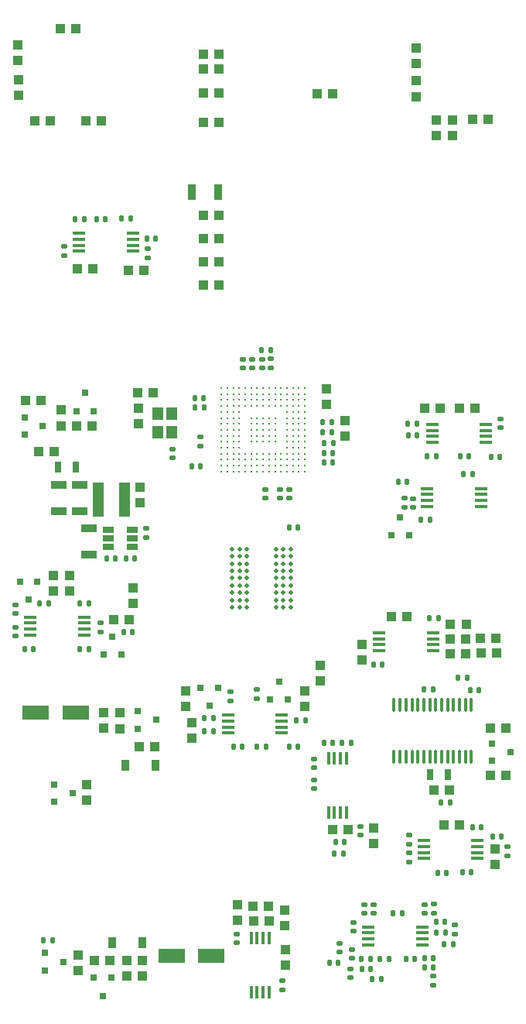
<source format=gbr>
G04 #@! TF.GenerationSoftware,KiCad,Pcbnew,8.0.5*
G04 #@! TF.CreationDate,2024-11-14T10:29:34-08:00*
G04 #@! TF.ProjectId,Sampler-built,53616d70-6c65-4722-9d62-75696c742e6b,rev?*
G04 #@! TF.SameCoordinates,PX38444c0PY67f3540*
G04 #@! TF.FileFunction,Paste,Top*
G04 #@! TF.FilePolarity,Positive*
%FSLAX46Y46*%
G04 Gerber Fmt 4.6, Leading zero omitted, Abs format (unit mm)*
G04 Created by KiCad (PCBNEW 8.0.5) date 2024-11-14 10:29:34*
%MOMM*%
%LPD*%
G01*
G04 APERTURE LIST*
G04 Aperture macros list*
%AMRoundRect*
0 Rectangle with rounded corners*
0 $1 Rounding radius*
0 $2 $3 $4 $5 $6 $7 $8 $9 X,Y pos of 4 corners*
0 Add a 4 corners polygon primitive as box body*
4,1,4,$2,$3,$4,$5,$6,$7,$8,$9,$2,$3,0*
0 Add four circle primitives for the rounded corners*
1,1,$1+$1,$2,$3*
1,1,$1+$1,$4,$5*
1,1,$1+$1,$6,$7*
1,1,$1+$1,$8,$9*
0 Add four rect primitives between the rounded corners*
20,1,$1+$1,$2,$3,$4,$5,0*
20,1,$1+$1,$4,$5,$6,$7,0*
20,1,$1+$1,$6,$7,$8,$9,0*
20,1,$1+$1,$8,$9,$2,$3,0*%
G04 Aperture macros list end*
%ADD10R,0.900000X1.200000*%
%ADD11RoundRect,0.147500X0.147500X0.172500X-0.147500X0.172500X-0.147500X-0.172500X0.147500X-0.172500X0*%
%ADD12R,1.000000X1.000000*%
%ADD13RoundRect,0.147500X0.172500X-0.147500X0.172500X0.147500X-0.172500X0.147500X-0.172500X-0.147500X0*%
%ADD14R,0.700000X1.300000*%
%ADD15R,0.800100X0.800100*%
%ADD16R,1.450000X0.450000*%
%ADD17RoundRect,0.147500X-0.172500X0.147500X-0.172500X-0.147500X0.172500X-0.147500X0.172500X0.147500X0*%
%ADD18RoundRect,0.147500X-0.147500X-0.172500X0.147500X-0.172500X0.147500X0.172500X-0.147500X0.172500X0*%
%ADD19R,3.000000X1.600000*%
%ADD20R,1.700000X0.900000*%
%ADD21R,1.150000X1.400000*%
%ADD22R,1.220000X0.650000*%
%ADD23C,0.300000*%
%ADD24R,0.450000X1.450000*%
%ADD25R,1.200000X3.700000*%
%ADD26C,0.500000*%
%ADD27R,0.900000X1.700000*%
%ADD28RoundRect,0.100000X-0.100000X0.637500X-0.100000X-0.637500X0.100000X-0.637500X0.100000X0.637500X0*%
G04 APERTURE END LIST*
D10*
G04 #@! TO.C,D16*
X-42001433Y26960078D03*
X-45301433Y26960078D03*
G04 #@! TD*
D11*
G04 #@! TO.C,C61*
X-44709785Y86695000D03*
X-45679785Y86695000D03*
G04 #@! TD*
D12*
G04 #@! TO.C,R3*
X-11210000Y95780000D03*
X-11210000Y97480000D03*
G04 #@! TD*
D13*
G04 #@! TO.C,C1*
X-31391285Y70381678D03*
X-31391285Y71351678D03*
G04 #@! TD*
D12*
G04 #@! TO.C,R57*
X-9750000Y39170000D03*
X-8050000Y39170000D03*
G04 #@! TD*
D14*
G04 #@! TO.C,C44*
X-11900000Y25950000D03*
X-10000000Y25950000D03*
G04 #@! TD*
D12*
G04 #@! TO.C,R59*
X-49484785Y24830000D03*
X-49484785Y23130000D03*
G04 #@! TD*
D15*
G04 #@! TO.C,Q11*
X-43901433Y32860078D03*
X-43901433Y30960078D03*
X-41902453Y31910078D03*
G04 #@! TD*
D12*
G04 #@! TO.C,R61*
X-27859785Y9450000D03*
X-27859785Y11150000D03*
G04 #@! TD*
D16*
G04 #@! TO.C,U15*
X-17490000Y41435000D03*
X-17490000Y40785000D03*
X-17490000Y40135000D03*
X-17490000Y39485000D03*
X-11590000Y39485000D03*
X-11590000Y40135000D03*
X-11590000Y40785000D03*
X-11590000Y41435000D03*
G04 #@! TD*
D12*
G04 #@! TO.C,C45*
X-11500000Y24210000D03*
X-9800000Y24210000D03*
G04 #@! TD*
D17*
G04 #@! TO.C,R42*
X-3424785Y18044750D03*
X-3424785Y17074750D03*
G04 #@! TD*
D12*
G04 #@! TO.C,C25*
X-42051433Y28960078D03*
X-43751433Y28960078D03*
G04 #@! TD*
G04 #@! TO.C,C47*
X-13460000Y101750000D03*
X-13460000Y100050000D03*
G04 #@! TD*
D11*
G04 #@! TO.C,R161*
X-11576648Y4820078D03*
X-12546648Y4820078D03*
G04 #@! TD*
D12*
G04 #@! TO.C,C79*
X-50514785Y81185000D03*
X-48814785Y81185000D03*
G04 #@! TD*
G04 #@! TO.C,C55*
X-56186648Y66799318D03*
X-54486648Y66799318D03*
G04 #@! TD*
D17*
G04 #@! TO.C,C36*
X-37111285Y62821678D03*
X-37111285Y61851678D03*
G04 #@! TD*
D12*
G04 #@! TO.C,C65*
X-7006648Y65934638D03*
X-8706648Y65934638D03*
G04 #@! TD*
G04 #@! TO.C,R71*
X-36740000Y97220000D03*
X-35040000Y97220000D03*
G04 #@! TD*
D18*
G04 #@! TO.C,R52*
X-21562208Y29416592D03*
X-20592208Y29416592D03*
G04 #@! TD*
G04 #@! TO.C,C88*
X-12908296Y53750156D03*
X-11938296Y53750156D03*
G04 #@! TD*
D19*
G04 #@! TO.C,C24*
X-40246648Y6090078D03*
X-35846648Y6090078D03*
G04 #@! TD*
D12*
G04 #@! TO.C,R74*
X-35050000Y103060000D03*
X-36750000Y103060000D03*
G04 #@! TD*
D11*
G04 #@! TO.C,R55*
X-4139785Y19159750D03*
X-5109785Y19159750D03*
G04 #@! TD*
D17*
G04 #@! TO.C,R49*
X-14199785Y17344750D03*
X-14199785Y16374750D03*
G04 #@! TD*
D18*
G04 #@! TO.C,R41*
X-5248296Y60644638D03*
X-4278296Y60644638D03*
G04 #@! TD*
D20*
G04 #@! TO.C,C67*
X-49250155Y49970000D03*
X-49250155Y52870000D03*
G04 #@! TD*
D18*
G04 #@! TO.C,C13*
X-23546285Y60016678D03*
X-22576285Y60016678D03*
G04 #@! TD*
D11*
G04 #@! TO.C,R12*
X-13331648Y62980078D03*
X-14301648Y62980078D03*
G04 #@! TD*
D17*
G04 #@! TO.C,R40*
X-4226648Y64789638D03*
X-4226648Y63819638D03*
G04 #@! TD*
D12*
G04 #@! TO.C,R21*
X-25654785Y35040000D03*
X-25654785Y33340000D03*
G04 #@! TD*
D15*
G04 #@! TO.C,D15*
X-16143296Y52069396D03*
X-14243296Y52069396D03*
X-15193296Y54068376D03*
G04 #@! TD*
D11*
G04 #@! TO.C,C6*
X-37059785Y59600000D03*
X-38029785Y59600000D03*
G04 #@! TD*
D18*
G04 #@! TO.C,R30*
X-36639785Y32100000D03*
X-35669785Y32100000D03*
G04 #@! TD*
G04 #@! TO.C,C8*
X-10735000Y22920000D03*
X-9765000Y22920000D03*
G04 #@! TD*
G04 #@! TO.C,R66*
X-47315155Y49540000D03*
X-46345155Y49540000D03*
G04 #@! TD*
D15*
G04 #@! TO.C,U6*
X-56307408Y64959318D03*
X-56307408Y63059318D03*
X-54308428Y64009318D03*
G04 #@! TD*
D11*
G04 #@! TO.C,R162*
X-13596648Y5790078D03*
X-14566648Y5790078D03*
G04 #@! TD*
D18*
G04 #@! TO.C,C73*
X-33459785Y28970000D03*
X-32489785Y28970000D03*
G04 #@! TD*
D12*
G04 #@! TO.C,C90*
X-8744785Y20454750D03*
X-10444785Y20454750D03*
G04 #@! TD*
D15*
G04 #@! TO.C,D24*
X-35134785Y35420760D03*
X-37034785Y35420760D03*
X-36084785Y33421780D03*
G04 #@! TD*
D11*
G04 #@! TO.C,R65*
X-44230000Y49520000D03*
X-45200000Y49520000D03*
G04 #@! TD*
G04 #@! TO.C,C87*
X-7291648Y58805078D03*
X-8261648Y58805078D03*
G04 #@! TD*
D12*
G04 #@! TO.C,C22*
X-42234785Y67640000D03*
X-43934785Y67640000D03*
G04 #@! TD*
D18*
G04 #@! TO.C,R160*
X-22941648Y5380078D03*
X-21971648Y5380078D03*
G04 #@! TD*
D17*
G04 #@! TO.C,R164*
X-9216648Y9485078D03*
X-9216648Y8515078D03*
G04 #@! TD*
D13*
G04 #@! TO.C,R44*
X-14179785Y18339750D03*
X-14179785Y19309750D03*
G04 #@! TD*
D20*
G04 #@! TO.C,C70*
X-50256648Y57620078D03*
X-50256648Y54720078D03*
G04 #@! TD*
D18*
G04 #@! TO.C,C59*
X-12251648Y60724638D03*
X-11281648Y60724638D03*
G04 #@! TD*
D17*
G04 #@! TO.C,R7*
X-19126648Y11725078D03*
X-19126648Y10755078D03*
G04 #@! TD*
D12*
G04 #@! TO.C,C83*
X-12556648Y65994638D03*
X-10856648Y65994638D03*
G04 #@! TD*
G04 #@! TO.C,R73*
X-13460000Y105370000D03*
X-13460000Y103670000D03*
G04 #@! TD*
D18*
G04 #@! TO.C,R23*
X-42924785Y84525000D03*
X-41954785Y84525000D03*
G04 #@! TD*
D17*
G04 #@! TO.C,R14*
X-12506648Y11715078D03*
X-12506648Y10745078D03*
G04 #@! TD*
D12*
G04 #@! TO.C,C57*
X-4824785Y17809750D03*
X-4824785Y16109750D03*
G04 #@! TD*
G04 #@! TO.C,C49*
X-3598653Y31024052D03*
X-5298653Y31024052D03*
G04 #@! TD*
D17*
G04 #@! TO.C,R18*
X-13753296Y56075156D03*
X-13753296Y55105156D03*
G04 #@! TD*
D12*
G04 #@! TO.C,C66*
X-43244785Y81015000D03*
X-44944785Y81015000D03*
G04 #@! TD*
D11*
G04 #@! TO.C,C60*
X-7681648Y60694638D03*
X-8651648Y60694638D03*
G04 #@! TD*
D12*
G04 #@! TO.C,R5*
X-9470000Y95800000D03*
X-9470000Y97500000D03*
G04 #@! TD*
D15*
G04 #@! TO.C,D1*
X-29424785Y34099240D03*
X-27524785Y34099240D03*
X-28474785Y36098220D03*
G04 #@! TD*
D17*
G04 #@! TO.C,C11*
X-28381285Y57101678D03*
X-28381285Y56131678D03*
G04 #@! TD*
D18*
G04 #@! TO.C,R47*
X-7530000Y35177500D03*
X-6560000Y35177500D03*
G04 #@! TD*
D12*
G04 #@! TO.C,C20*
X-43401433Y5640078D03*
X-43401433Y3940078D03*
G04 #@! TD*
G04 #@! TO.C,C39*
X-56960000Y101910000D03*
X-56960000Y100210000D03*
G04 #@! TD*
G04 #@! TO.C,C26*
X-48678081Y5620156D03*
X-46978081Y5620156D03*
G04 #@! TD*
G04 #@! TO.C,R29*
X-4690000Y40850000D03*
X-6390000Y40850000D03*
G04 #@! TD*
G04 #@! TO.C,C46*
X-9690000Y42380000D03*
X-7990000Y42380000D03*
G04 #@! TD*
G04 #@! TO.C,R37*
X-45151433Y5640078D03*
X-45151433Y3940078D03*
G04 #@! TD*
G04 #@! TO.C,R79*
X-36721433Y84500078D03*
X-35021433Y84500078D03*
G04 #@! TD*
G04 #@! TO.C,C2*
X-23261285Y66356678D03*
X-23261285Y68056678D03*
G04 #@! TD*
D18*
G04 #@! TO.C,R48*
X-8851648Y36530078D03*
X-7881648Y36530078D03*
G04 #@! TD*
D21*
G04 #@! TO.C,Y1*
X-41744785Y65410000D03*
X-40244785Y63310000D03*
X-41744785Y63310000D03*
X-40244785Y65410000D03*
G04 #@! TD*
D12*
G04 #@! TO.C,R68*
X-55200000Y97390000D03*
X-53500000Y97390000D03*
G04 #@! TD*
D11*
G04 #@! TO.C,C35*
X-11010000Y42990000D03*
X-11980000Y42990000D03*
G04 #@! TD*
D15*
G04 #@! TO.C,D22*
X-47640000Y39019240D03*
X-45740000Y39019240D03*
X-46690000Y41018220D03*
G04 #@! TD*
D11*
G04 #@! TO.C,C17*
X-36686285Y66056678D03*
X-37656285Y66056678D03*
G04 #@! TD*
D12*
G04 #@! TO.C,R80*
X-36721433Y87050078D03*
X-35021433Y87050078D03*
G04 #@! TD*
D11*
G04 #@! TO.C,C64*
X-49270000Y44640000D03*
X-50240000Y44640000D03*
G04 #@! TD*
D17*
G04 #@! TO.C,C76*
X-24631648Y27635078D03*
X-24631648Y26665078D03*
G04 #@! TD*
D12*
G04 #@! TO.C,C42*
X-4620000Y39180000D03*
X-6320000Y39180000D03*
G04 #@! TD*
D16*
G04 #@! TO.C,U10*
X-28164785Y30465000D03*
X-28164785Y31115000D03*
X-28164785Y31765000D03*
X-28164785Y32415000D03*
X-34064785Y32415000D03*
X-34064785Y31765000D03*
X-34064785Y31115000D03*
X-34064785Y30465000D03*
G04 #@! TD*
D11*
G04 #@! TO.C,C150*
X-10277816Y9800078D03*
X-11247816Y9800078D03*
G04 #@! TD*
D18*
G04 #@! TO.C,R2*
X-27339785Y28940000D03*
X-26369785Y28940000D03*
G04 #@! TD*
D11*
G04 #@! TO.C,R50*
X-21311648Y18550078D03*
X-22281648Y18550078D03*
G04 #@! TD*
G04 #@! TO.C,R152*
X-17288296Y3600156D03*
X-18258296Y3600156D03*
G04 #@! TD*
D18*
G04 #@! TO.C,R11*
X-14343352Y64278158D03*
X-13373352Y64278158D03*
G04 #@! TD*
D22*
G04 #@! TO.C,U13*
X-47170000Y52710000D03*
X-47170000Y51760000D03*
X-47170000Y50810000D03*
X-44550000Y50810000D03*
X-44550000Y51760000D03*
X-44550000Y52710000D03*
G04 #@! TD*
D12*
G04 #@! TO.C,R20*
X-44830000Y42820000D03*
X-46530000Y42820000D03*
G04 #@! TD*
G04 #@! TO.C,C51*
X-5308005Y25817500D03*
X-3608005Y25817500D03*
G04 #@! TD*
D18*
G04 #@! TO.C,R51*
X-22401648Y17280078D03*
X-21431648Y17280078D03*
G04 #@! TD*
D23*
G04 #@! TO.C,U2*
X-34751285Y68166678D03*
X-34101285Y68166678D03*
X-33451285Y68166678D03*
X-32801285Y68166678D03*
X-32151285Y68166678D03*
X-31501285Y68166678D03*
X-30851285Y68166678D03*
X-30201285Y68166678D03*
X-29551285Y68166678D03*
X-28901285Y68166678D03*
X-28251285Y68166678D03*
X-27601285Y68166678D03*
X-26951285Y68166678D03*
X-26301285Y68166678D03*
X-25651285Y68166678D03*
X-34751285Y67516678D03*
X-34101285Y67516678D03*
X-33451285Y67516678D03*
X-32801285Y67516678D03*
X-32151285Y67516678D03*
X-31501285Y67516678D03*
X-30851285Y67516678D03*
X-30201285Y67516678D03*
X-29551285Y67516678D03*
X-28901285Y67516678D03*
X-28251285Y67516678D03*
X-27601285Y67516678D03*
X-26951285Y67516678D03*
X-26301285Y67516678D03*
X-25651285Y67516678D03*
X-34751285Y66866678D03*
X-34101285Y66866678D03*
X-33451285Y66866678D03*
X-32801285Y66866678D03*
X-32151285Y66866678D03*
X-31501285Y66866678D03*
X-30851285Y66866678D03*
X-30201285Y66866678D03*
X-29551285Y66866678D03*
X-28901285Y66866678D03*
X-28251285Y66866678D03*
X-27601285Y66866678D03*
X-26951285Y66866678D03*
X-26301285Y66866678D03*
X-25651285Y66866678D03*
X-34751285Y66216678D03*
X-34101285Y66216678D03*
X-33451285Y66216678D03*
X-32801285Y66216678D03*
X-32151285Y66216678D03*
X-31501285Y66216678D03*
X-30851285Y66216678D03*
X-30201285Y66216678D03*
X-29551285Y66216678D03*
X-28901285Y66216678D03*
X-28251285Y66216678D03*
X-27601285Y66216678D03*
X-26951285Y66216678D03*
X-26301285Y66216678D03*
X-25651285Y66216678D03*
X-34751285Y65566678D03*
X-34101285Y65566678D03*
X-33451285Y65566678D03*
X-32801285Y65566678D03*
X-27601285Y65566678D03*
X-26951285Y65566678D03*
X-26301285Y65566678D03*
X-25651285Y65566678D03*
X-34751285Y64916678D03*
X-34101285Y64916678D03*
X-33451285Y64916678D03*
X-32801285Y64916678D03*
X-31501285Y64916678D03*
X-30851285Y64916678D03*
X-30201285Y64916678D03*
X-29551285Y64916678D03*
X-28901285Y64916678D03*
X-27601285Y64916678D03*
X-26951285Y64916678D03*
X-26301285Y64916678D03*
X-25651285Y64916678D03*
X-34751285Y64266678D03*
X-34101285Y64266678D03*
X-33451285Y64266678D03*
X-32801285Y64266678D03*
X-31501285Y64266678D03*
X-30851285Y64266678D03*
X-30201285Y64266678D03*
X-29551285Y64266678D03*
X-28901285Y64266678D03*
X-27601285Y64266678D03*
X-26951285Y64266678D03*
X-26301285Y64266678D03*
X-25651285Y64266678D03*
X-34751285Y63616678D03*
X-34101285Y63616678D03*
X-33451285Y63616678D03*
X-32801285Y63616678D03*
X-31501285Y63616678D03*
X-30851285Y63616678D03*
X-30201285Y63616678D03*
X-29551285Y63616678D03*
X-28901285Y63616678D03*
X-27601285Y63616678D03*
X-26951285Y63616678D03*
X-26301285Y63616678D03*
X-25651285Y63616678D03*
X-34751285Y62966678D03*
X-34101285Y62966678D03*
X-33451285Y62966678D03*
X-32801285Y62966678D03*
X-31501285Y62966678D03*
X-30851285Y62966678D03*
X-30201285Y62966678D03*
X-29551285Y62966678D03*
X-28901285Y62966678D03*
X-27601285Y62966678D03*
X-26951285Y62966678D03*
X-26301285Y62966678D03*
X-25651285Y62966678D03*
X-34751285Y62316678D03*
X-34101285Y62316678D03*
X-33451285Y62316678D03*
X-32801285Y62316678D03*
X-31501285Y62316678D03*
X-30851285Y62316678D03*
X-30201285Y62316678D03*
X-29551285Y62316678D03*
X-28901285Y62316678D03*
X-27601285Y62316678D03*
X-26951285Y62316678D03*
X-26301285Y62316678D03*
X-25651285Y62316678D03*
X-34751285Y61666678D03*
X-34101285Y61666678D03*
X-33451285Y61666678D03*
X-32801285Y61666678D03*
X-27601285Y61666678D03*
X-26951285Y61666678D03*
X-26301285Y61666678D03*
X-25651285Y61666678D03*
X-34751285Y61016678D03*
X-34101285Y61016678D03*
X-33451285Y61016678D03*
X-32801285Y61016678D03*
X-32151285Y61016678D03*
X-31501285Y61016678D03*
X-30851285Y61016678D03*
X-30201285Y61016678D03*
X-29551285Y61016678D03*
X-28901285Y61016678D03*
X-28251285Y61016678D03*
X-27601285Y61016678D03*
X-26951285Y61016678D03*
X-26301285Y61016678D03*
X-25651285Y61016678D03*
X-34751285Y60366678D03*
X-34101285Y60366678D03*
X-33451285Y60366678D03*
X-32801285Y60366678D03*
X-32151285Y60366678D03*
X-31501285Y60366678D03*
X-30851285Y60366678D03*
X-30201285Y60366678D03*
X-29551285Y60366678D03*
X-28901285Y60366678D03*
X-28251285Y60366678D03*
X-27601285Y60366678D03*
X-26951285Y60366678D03*
X-26301285Y60366678D03*
X-25651285Y60366678D03*
X-34751285Y59716678D03*
X-34101285Y59716678D03*
X-33451285Y59716678D03*
X-32801285Y59716678D03*
X-32151285Y59716678D03*
X-31501285Y59716678D03*
X-30851285Y59716678D03*
X-30201285Y59716678D03*
X-29551285Y59716678D03*
X-28901285Y59716678D03*
X-28251285Y59716678D03*
X-27601285Y59716678D03*
X-26951285Y59716678D03*
X-26301285Y59716678D03*
X-25651285Y59716678D03*
X-34751285Y59066678D03*
X-34101285Y59066678D03*
X-33451285Y59066678D03*
X-32801285Y59066678D03*
X-32151285Y59066678D03*
X-31501285Y59066678D03*
X-30851285Y59066678D03*
X-30201285Y59066678D03*
X-29551285Y59066678D03*
X-28901285Y59066678D03*
X-28251285Y59066678D03*
X-27601285Y59066678D03*
X-26951285Y59066678D03*
X-26301285Y59066678D03*
X-25651285Y59066678D03*
G04 #@! TD*
D24*
G04 #@! TO.C,U11*
X-21096648Y27680078D03*
X-21746648Y27680078D03*
X-22396648Y27680078D03*
X-23046648Y27680078D03*
X-23046648Y21780078D03*
X-22396648Y21780078D03*
X-21746648Y21780078D03*
X-21096648Y21780078D03*
G04 #@! TD*
D13*
G04 #@! TO.C,R22*
X-42834785Y82430000D03*
X-42834785Y83400000D03*
G04 #@! TD*
G04 #@! TO.C,C3*
X-29371285Y70391678D03*
X-29371285Y71361678D03*
G04 #@! TD*
D17*
G04 #@! TO.C,C38*
X-33079785Y8485000D03*
X-33079785Y7515000D03*
G04 #@! TD*
D16*
G04 #@! TO.C,U12*
X-12766648Y7325078D03*
X-12766648Y7975078D03*
X-12766648Y8625078D03*
X-12766648Y9275078D03*
X-18666648Y9275078D03*
X-18666648Y8625078D03*
X-18666648Y7975078D03*
X-18666648Y7325078D03*
G04 #@! TD*
D18*
G04 #@! TO.C,C72*
X-11099785Y15214750D03*
X-10129785Y15214750D03*
G04 #@! TD*
D12*
G04 #@! TO.C,R24*
X-38034785Y29940000D03*
X-38034785Y31640000D03*
G04 #@! TD*
G04 #@! TO.C,C52*
X-18071648Y18380078D03*
X-18071648Y20080078D03*
G04 #@! TD*
G04 #@! TO.C,R77*
X-36721433Y79400078D03*
X-35021433Y79400078D03*
G04 #@! TD*
G04 #@! TO.C,C58*
X-43684000Y55664000D03*
X-43684000Y57364000D03*
G04 #@! TD*
D18*
G04 #@! TO.C,C9*
X-23656285Y63386678D03*
X-22686285Y63386678D03*
G04 #@! TD*
G04 #@! TO.C,C29*
X-27353400Y52946678D03*
X-26383400Y52946678D03*
G04 #@! TD*
D19*
G04 #@! TO.C,C21*
X-55101433Y32710078D03*
X-50701433Y32710078D03*
G04 #@! TD*
D13*
G04 #@! TO.C,C97*
X-14753296Y55175156D03*
X-14753296Y56145156D03*
G04 #@! TD*
D12*
G04 #@! TO.C,R13*
X-47940000Y97370000D03*
X-49640000Y97370000D03*
G04 #@! TD*
G04 #@! TO.C,R26*
X-44450000Y46310000D03*
X-44450000Y44610000D03*
G04 #@! TD*
D11*
G04 #@! TO.C,C18*
X-36711285Y67116678D03*
X-37681285Y67116678D03*
G04 #@! TD*
D12*
G04 #@! TO.C,R31*
X-47651433Y31010078D03*
X-47651433Y32710078D03*
G04 #@! TD*
G04 #@! TO.C,C54*
X-36770000Y104680000D03*
X-35070000Y104680000D03*
G04 #@! TD*
D17*
G04 #@! TO.C,C10*
X-27341285Y57111678D03*
X-27341285Y56141678D03*
G04 #@! TD*
D11*
G04 #@! TO.C,R33*
X-53695000Y44600000D03*
X-54665000Y44600000D03*
G04 #@! TD*
D12*
G04 #@! TO.C,R63*
X-33009785Y10020000D03*
X-33009785Y11720000D03*
G04 #@! TD*
D24*
G04 #@! TO.C,U16*
X-31504785Y2160000D03*
X-30854785Y2160000D03*
X-30204785Y2160000D03*
X-29554785Y2160000D03*
X-29554785Y8060000D03*
X-30204785Y8060000D03*
X-30854785Y8060000D03*
X-31504785Y8060000D03*
G04 #@! TD*
D11*
G04 #@! TO.C,C19*
X-53279785Y7800000D03*
X-54249785Y7800000D03*
G04 #@! TD*
G04 #@! TO.C,R81*
X-35664785Y30670000D03*
X-36634785Y30670000D03*
G04 #@! TD*
D18*
G04 #@! TO.C,C62*
X-48429785Y86635000D03*
X-47459785Y86635000D03*
G04 #@! TD*
D17*
G04 #@! TO.C,R158*
X-20512816Y6805078D03*
X-20512816Y5835078D03*
G04 #@! TD*
D18*
G04 #@! TO.C,C14*
X-23656285Y64426678D03*
X-22686285Y64426678D03*
G04 #@! TD*
D17*
G04 #@! TO.C,C152*
X-20622816Y4715078D03*
X-20622816Y3745078D03*
G04 #@! TD*
D16*
G04 #@! TO.C,U1*
X-5806648Y62245078D03*
X-5806648Y62895078D03*
X-5806648Y63545078D03*
X-5806648Y64195078D03*
X-11706648Y64195078D03*
X-11706648Y63545078D03*
X-11706648Y62895078D03*
X-11706648Y62245078D03*
G04 #@! TD*
D12*
G04 #@! TO.C,R9*
X-19390000Y38490000D03*
X-19390000Y40190000D03*
G04 #@! TD*
G04 #@! TO.C,R64*
X-5610000Y97570000D03*
X-7310000Y97570000D03*
G04 #@! TD*
D13*
G04 #@! TO.C,R67*
X-43000155Y51845000D03*
X-43000155Y52815000D03*
G04 #@! TD*
D11*
G04 #@! TO.C,R4*
X-22546285Y62156678D03*
X-23516285Y62156678D03*
G04 #@! TD*
D15*
G04 #@! TO.C,V2*
X-50650000Y65639240D03*
X-48750000Y65639240D03*
X-49700000Y67638220D03*
G04 #@! TD*
D17*
G04 #@! TO.C,R27*
X-48010000Y42485000D03*
X-48010000Y41515000D03*
G04 #@! TD*
D13*
G04 #@! TO.C,C7*
X-32431285Y70371678D03*
X-32431285Y71341678D03*
G04 #@! TD*
D11*
G04 #@! TO.C,C78*
X-15011648Y10780078D03*
X-15981648Y10780078D03*
G04 #@! TD*
D12*
G04 #@! TO.C,R35*
X-50740000Y107460000D03*
X-52440000Y107460000D03*
G04 #@! TD*
D17*
G04 #@! TO.C,R34*
X-57300000Y42045000D03*
X-57300000Y41075000D03*
G04 #@! TD*
D12*
G04 #@! TO.C,R56*
X-9700000Y40770000D03*
X-8000000Y40770000D03*
G04 #@! TD*
D17*
G04 #@! TO.C,C85*
X-57310000Y44505000D03*
X-57310000Y43535000D03*
G04 #@! TD*
D12*
G04 #@! TO.C,C48*
X-20926648Y19910078D03*
X-22626648Y19910078D03*
G04 #@! TD*
G04 #@! TO.C,R36*
X-57030000Y103950000D03*
X-57030000Y105650000D03*
G04 #@! TD*
D13*
G04 #@! TO.C,R159*
X-20326648Y8805078D03*
X-20326648Y9775078D03*
G04 #@! TD*
G04 #@! TO.C,C50*
X-30311285Y70371678D03*
X-30311285Y71341678D03*
G04 #@! TD*
D25*
G04 #@! TO.C,L1*
X-45410000Y55970000D03*
X-48210000Y55970000D03*
G04 #@! TD*
D17*
G04 #@! TO.C,C12*
X-29941285Y57101678D03*
X-29941285Y56131678D03*
G04 #@! TD*
G04 #@! TO.C,R6*
X-18086648Y11745078D03*
X-18086648Y10775078D03*
G04 #@! TD*
D11*
G04 #@! TO.C,R8*
X-29379785Y72360000D03*
X-30349785Y72360000D03*
G04 #@! TD*
D12*
G04 #@! TO.C,R60*
X-27764785Y6800000D03*
X-27764785Y5100000D03*
G04 #@! TD*
D16*
G04 #@! TO.C,U3*
X-50374785Y85085000D03*
X-50374785Y84435000D03*
X-50374785Y83785000D03*
X-50374785Y83135000D03*
X-44474785Y83135000D03*
X-44474785Y83785000D03*
X-44474785Y84435000D03*
X-44474785Y85085000D03*
G04 #@! TD*
D12*
G04 #@! TO.C,R15*
X-23944785Y37840000D03*
X-23944785Y36140000D03*
G04 #@! TD*
D13*
G04 #@! TO.C,C15*
X-40161433Y60555078D03*
X-40161433Y61525078D03*
G04 #@! TD*
D18*
G04 #@! TO.C,C77*
X-17396648Y5780078D03*
X-16426648Y5780078D03*
G04 #@! TD*
D11*
G04 #@! TO.C,R157*
X-18432816Y4710078D03*
X-19402816Y4710078D03*
G04 #@! TD*
D17*
G04 #@! TO.C,C82*
X-30884785Y35235000D03*
X-30884785Y34265000D03*
G04 #@! TD*
D11*
G04 #@! TO.C,C149*
X-11576648Y5860078D03*
X-12546648Y5860078D03*
G04 #@! TD*
D18*
G04 #@! TO.C,C86*
X-45455000Y41470000D03*
X-44485000Y41470000D03*
G04 #@! TD*
D17*
G04 #@! TO.C,R54*
X-19551648Y20260078D03*
X-19551648Y19290078D03*
G04 #@! TD*
D12*
G04 #@! TO.C,C56*
X-54745215Y61210000D03*
X-53045215Y61210000D03*
G04 #@! TD*
G04 #@! TO.C,R25*
X-53140000Y47710000D03*
X-53140000Y46010000D03*
G04 #@! TD*
D15*
G04 #@! TO.C,D3*
X-53065545Y24840000D03*
X-53065545Y22940000D03*
X-51066565Y23890000D03*
G04 #@! TD*
D18*
G04 #@! TO.C,R28*
X-50240000Y39620000D03*
X-49270000Y39620000D03*
G04 #@! TD*
D20*
G04 #@! TO.C,C68*
X-52591596Y57598456D03*
X-52591596Y54698456D03*
G04 #@! TD*
D15*
G04 #@! TO.C,D7*
X-54075545Y6430000D03*
X-54075545Y4530000D03*
X-52076565Y5480000D03*
G04 #@! TD*
D16*
G04 #@! TO.C,U5*
X-49800000Y41205000D03*
X-49800000Y41855000D03*
X-49800000Y42505000D03*
X-49800000Y43155000D03*
X-55700000Y43155000D03*
X-55700000Y42505000D03*
X-55700000Y41855000D03*
X-55700000Y41205000D03*
G04 #@! TD*
D18*
G04 #@! TO.C,C53*
X-23546285Y61086678D03*
X-22576285Y61086678D03*
G04 #@! TD*
D15*
G04 #@! TO.C,D26*
X-54900000Y47030760D03*
X-56800000Y47030760D03*
X-55850000Y45031780D03*
G04 #@! TD*
D13*
G04 #@! TO.C,R45*
X-51994785Y82665000D03*
X-51994785Y83635000D03*
G04 #@! TD*
D12*
G04 #@! TO.C,R17*
X-51420000Y47710000D03*
X-51420000Y46010000D03*
G04 #@! TD*
D26*
G04 #@! TO.C,U4*
X-27188400Y44196678D03*
X-27988400Y44196678D03*
X-28788400Y44196678D03*
X-31988400Y44196678D03*
X-32788400Y44196678D03*
X-33588400Y44196678D03*
X-27188400Y44996678D03*
X-27988400Y44996678D03*
X-28788400Y44996678D03*
X-31988400Y44996678D03*
X-32788400Y44996678D03*
X-33588400Y44996678D03*
X-27188400Y45796678D03*
X-27988400Y45796678D03*
X-28788400Y45796678D03*
X-31988400Y45796678D03*
X-32788400Y45796678D03*
X-33588400Y45796678D03*
X-27188400Y46596678D03*
X-27988400Y46596678D03*
X-28788400Y46596678D03*
X-31988400Y46596678D03*
X-32788400Y46596678D03*
X-33588400Y46596678D03*
X-27188400Y47396678D03*
X-27988400Y47396678D03*
X-28788400Y47396678D03*
X-31988400Y47396678D03*
X-32788400Y47396678D03*
X-33588400Y47396678D03*
X-27188400Y48196678D03*
X-27988400Y48196678D03*
X-28788400Y48196678D03*
X-31988400Y48196678D03*
X-32788400Y48196678D03*
X-33588400Y48196678D03*
X-27188400Y48996678D03*
X-27988400Y48996678D03*
X-28788400Y48996678D03*
X-31988400Y48996678D03*
X-32788400Y48996678D03*
X-33588400Y48996678D03*
X-27188400Y49796678D03*
X-27988400Y49796678D03*
X-28788400Y49796678D03*
X-31988400Y49796678D03*
X-32788400Y49796678D03*
X-33588400Y49796678D03*
X-27188400Y50596678D03*
X-27988400Y50596678D03*
X-28788400Y50596678D03*
X-31988400Y50596678D03*
X-32788400Y50596678D03*
X-33588400Y50596678D03*
G04 #@! TD*
D13*
G04 #@! TO.C,C40*
X-28134785Y2425000D03*
X-28134785Y3395000D03*
G04 #@! TD*
D10*
G04 #@! TO.C,D17*
X-43434785Y7590000D03*
X-46734785Y7590000D03*
G04 #@! TD*
D11*
G04 #@! TO.C,C71*
X-6339785Y20159750D03*
X-7309785Y20159750D03*
G04 #@! TD*
D12*
G04 #@! TO.C,C16*
X-45901433Y30960078D03*
X-45901433Y32660078D03*
G04 #@! TD*
G04 #@! TO.C,C84*
X-29569785Y9920000D03*
X-31269785Y9920000D03*
G04 #@! TD*
D11*
G04 #@! TO.C,R1*
X-25569785Y31820000D03*
X-26539785Y31820000D03*
G04 #@! TD*
D18*
G04 #@! TO.C,R46*
X-50754785Y86605000D03*
X-49784785Y86605000D03*
G04 #@! TD*
D27*
G04 #@! TO.C,C43*
X-38011433Y89570078D03*
X-35111433Y89570078D03*
G04 #@! TD*
D12*
G04 #@! TO.C,R58*
X-50454785Y4540000D03*
X-50454785Y6240000D03*
G04 #@! TD*
G04 #@! TO.C,C81*
X-52350000Y65770000D03*
X-52350000Y64070000D03*
G04 #@! TD*
D16*
G04 #@! TO.C,U8*
X-12624785Y18709750D03*
X-12624785Y18059750D03*
X-12624785Y17409750D03*
X-12624785Y16759750D03*
X-6724785Y16759750D03*
X-6724785Y17409750D03*
X-6724785Y18059750D03*
X-6724785Y18709750D03*
G04 #@! TD*
D12*
G04 #@! TO.C,R75*
X-35070000Y100440000D03*
X-36770000Y100440000D03*
G04 #@! TD*
G04 #@! TO.C,R32*
X-16140000Y43180000D03*
X-14440000Y43180000D03*
G04 #@! TD*
D11*
G04 #@! TO.C,C41*
X-11595000Y35210000D03*
X-12565000Y35210000D03*
G04 #@! TD*
D12*
G04 #@! TO.C,C80*
X-48940000Y64070000D03*
X-50640000Y64070000D03*
G04 #@! TD*
D15*
G04 #@! TO.C,Q12*
X-46821433Y3730838D03*
X-48721433Y3730838D03*
X-47771433Y1731858D03*
G04 #@! TD*
D11*
G04 #@! TO.C,C153*
X-9396648Y7360078D03*
X-10366648Y7360078D03*
G04 #@! TD*
D15*
G04 #@! TO.C,V1*
X-5148765Y29347500D03*
X-5148765Y27447500D03*
X-3149785Y28397500D03*
G04 #@! TD*
D13*
G04 #@! TO.C,C75*
X-24601648Y24365078D03*
X-24601648Y25335078D03*
G04 #@! TD*
G04 #@! TO.C,C34*
X-33784785Y34005000D03*
X-33784785Y34975000D03*
G04 #@! TD*
D12*
G04 #@! TO.C,C23*
X-43884785Y64250000D03*
X-43884785Y65950000D03*
G04 #@! TD*
D11*
G04 #@! TO.C,R43*
X-7409785Y15284750D03*
X-8379785Y15284750D03*
G04 #@! TD*
D14*
G04 #@! TO.C,C69*
X-52646648Y59500078D03*
X-50746648Y59500078D03*
G04 #@! TD*
D13*
G04 #@! TO.C,C148*
X-21846648Y6525078D03*
X-21846648Y7495078D03*
G04 #@! TD*
D12*
G04 #@! TO.C,R16*
X-38704785Y35080000D03*
X-38704785Y33380000D03*
G04 #@! TD*
D28*
G04 #@! TO.C,U9*
X-7415000Y33582500D03*
X-8065000Y33582500D03*
X-8715000Y33582500D03*
X-9365000Y33582500D03*
X-10015000Y33582500D03*
X-10665000Y33582500D03*
X-11315000Y33582500D03*
X-11965000Y33582500D03*
X-12615000Y33582500D03*
X-13265000Y33582500D03*
X-13915000Y33582500D03*
X-14565000Y33582500D03*
X-15215000Y33582500D03*
X-15865000Y33582500D03*
X-15865000Y27857500D03*
X-15215000Y27857500D03*
X-14565000Y27857500D03*
X-13915000Y27857500D03*
X-13265000Y27857500D03*
X-12615000Y27857500D03*
X-11965000Y27857500D03*
X-11315000Y27857500D03*
X-10665000Y27857500D03*
X-10015000Y27857500D03*
X-9365000Y27857500D03*
X-8715000Y27857500D03*
X-8065000Y27857500D03*
X-7415000Y27857500D03*
G04 #@! TD*
D11*
G04 #@! TO.C,R19*
X-14458296Y57970156D03*
X-15428296Y57970156D03*
G04 #@! TD*
G04 #@! TO.C,C74*
X-29899785Y28970000D03*
X-30869785Y28970000D03*
G04 #@! TD*
D12*
G04 #@! TO.C,R78*
X-36721433Y81950078D03*
X-35021433Y81950078D03*
G04 #@! TD*
G04 #@! TO.C,R70*
X-22580000Y100390000D03*
X-24280000Y100390000D03*
G04 #@! TD*
D18*
G04 #@! TO.C,R163*
X-11227816Y8670078D03*
X-10257816Y8670078D03*
G04 #@! TD*
D12*
G04 #@! TO.C,C5*
X-21231285Y64646678D03*
X-21231285Y62946678D03*
G04 #@! TD*
D17*
G04 #@! TO.C,R10*
X-11506648Y11785078D03*
X-11506648Y10815078D03*
G04 #@! TD*
D12*
G04 #@! TO.C,R62*
X-29599785Y11530000D03*
X-31299785Y11530000D03*
G04 #@! TD*
D18*
G04 #@! TO.C,C63*
X-56290000Y39680000D03*
X-55320000Y39680000D03*
G04 #@! TD*
D13*
G04 #@! TO.C,R153*
X-11583296Y2925156D03*
X-11583296Y3895156D03*
G04 #@! TD*
D18*
G04 #@! TO.C,C37*
X-18150000Y37990000D03*
X-17180000Y37990000D03*
G04 #@! TD*
D16*
G04 #@! TO.C,U14*
X-12276648Y57205078D03*
X-12276648Y56555078D03*
X-12276648Y55905078D03*
X-12276648Y55255078D03*
X-6376648Y55255078D03*
X-6376648Y55905078D03*
X-6376648Y56555078D03*
X-6376648Y57205078D03*
G04 #@! TD*
D11*
G04 #@! TO.C,C147*
X-18477816Y5770078D03*
X-19447816Y5770078D03*
G04 #@! TD*
G04 #@! TO.C,R53*
X-22562208Y29426592D03*
X-23532208Y29426592D03*
G04 #@! TD*
M02*

</source>
